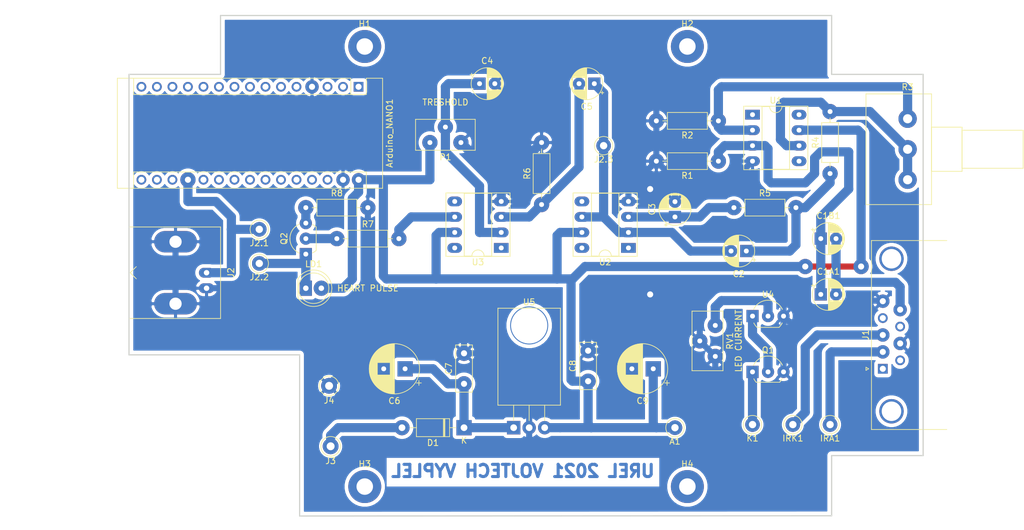
<source format=kicad_pcb>
(kicad_pcb (version 20171130) (host pcbnew "(5.1.9)-1")
  (title_block (title "Laboratorní přípravek \"Signály 1\" ") (date 2021-05-14) (company "UREL FEKT VUT Brno "))
  (layers (0 F.Cu signal) (31 B.Cu signal) (34 B.Paste user) (35 F.Paste user) (36 B.SilkS user) (37 F.SilkS user) (38 B.Mask user) (39 F.Mask user) (44 Edge.Cuts user))
  (net 0 "")
  (net 1 "Net-(Arduino_NANO1-Pad1)")
  (net 2 "Net-(Arduino_NANO1-Pad17)")
  (net 3 "Net-(Arduino_NANO1-Pad2)")
  (net 4 "Net-(Arduino_NANO1-Pad18)")
  (net 5 "Net-(Arduino_NANO1-Pad3)")
  (net 6 "Net-(Arduino_NANO1-Pad19)")
  (net 7 GNDD)
  (net 8 "Net-(Arduino_NANO1-Pad20)")
  (net 9 "Net-(Arduino_NANO1-Pad5)")
  (net 10 "Net-(Arduino_NANO1-Pad21)")
  (net 11 "Net-(Arduino_NANO1-Pad6)")
  (net 12 "Net-(Arduino_NANO1-Pad22)")
  (net 13 "Net-(Arduino_NANO1-Pad7)")
  (net 14 "Net-(Arduino_NANO1-Pad23)")
  (net 15 "Net-(Arduino_NANO1-Pad8)")
  (net 16 "Net-(Arduino_NANO1-Pad24)")
  (net 17 "Net-(Arduino_NANO1-Pad9)")
  (net 18 "Net-(Arduino_NANO1-Pad25)")
  (net 19 "Net-(Arduino_NANO1-Pad10)")
  (net 20 "Net-(Arduino_NANO1-Pad26)")
  (net 21 "Net-(Arduino_NANO1-Pad11)")
  (net 22 "Net-(Arduino_NANO1-Pad27)")
  (net 23 "Net-(Arduino_NANO1-Pad12)")
  (net 24 "Net-(Arduino_NANO1-Pad28)")
  (net 25 "Net-(Arduino_NANO1-Pad13)")
  (net 26 "Net-(Arduino_NANO1-Pad14)")
  (net 27 +5V)
  (net 28 "Net-(Arduino_NANO1-Pad15)")
  (net 29 "Net-(Arduino_NANO1-Pad16)")
  (net 30 "Net-(C2-Pad2)")
  (net 31 "Net-(C2-Pad1)")
  (net 32 "Net-(C3-Pad1)")
  (net 33 "Net-(C4-Pad1)")
  (net 34 "Net-(C5-Pad2)")
  (net 35 "Net-(C6-Pad1)")
  (net 36 "Net-(C1A1-Pad1)")
  (net 37 "Net-(C1A1-Pad2)")
  (net 38 "Net-(D1-Pad2)")
  (net 39 "Net-(J1-Pad1)")
  (net 40 "Net-(J1-Pad4)")
  (net 41 "Net-(J1-Pad6)")
  (net 42 "Net-(J1-Pad8)")
  (net 43 "Net-(J1-Pad0)")
  (net 44 "Net-(Q1-Pad2)")
  (net 45 "Net-(Q2-Pad2)")
  (net 46 "Net-(R2-Pad1)")
  (net 47 "Net-(R3-Pad1)")
  (net 48 "Net-(R7-Pad2)")
  (net 49 "Net-(RV1-Pad3)")
  (net 50 "Net-(U1-Pad8)")
  (net 51 "Net-(U1-Pad5)")
  (net 52 "Net-(U1-Pad1)")
  (net 53 "Net-(U2-Pad1)")
  (net 54 "Net-(U2-Pad5)")
  (net 55 "Net-(U2-Pad8)")
  (net 56 "Net-(U3-Pad1)")
  (net 57 "Net-(U3-Pad5)")
  (net 58 "Net-(U3-Pad8)")
  (net 59 "Net-(Q2-Pad3)")
  (net 60 "Net-(J2.2-Pad1)")
  (net 61 "Net-(IRA1-Pad1)")
  (net 62 "Net-(IRK1-Pad1)")
  (net 63 "Net-(K1-Pad1)")
  (module Package_TO_SOT_THT:TO-220-3_Horizontal_TabDown (layer F.Cu) (at 148.336 120.396)
    (fp_text reference U5 (at 2.54 -20.58) (layer F.SilkS))
    (fp_text value L7805)
    (pad "" np_thru_hole oval (at 2.54 -16.66) (size 3.5 3.5) (drill 3.5) (layers *.Cu *.Mask))
    (pad 1 thru_hole rect (at 0 0) (size 2.2 2.2) (drill 1.1) (layers *.Cu *.Mask) (net 35 "Net-(C6-Pad1)"))
    (pad 2 thru_hole oval (at 2.54 0) (size 2.2 2.2) (drill 1.1) (layers *.Cu *.Mask) (net 7 GNDD))
    (pad 3 thru_hole oval (at 5.08 0) (size 2.2 2.2) (drill 1.1) (layers *.Cu *.Mask) (net 27 +5V))
  )
  (module Capacitor_THT:CP_Radial_D8.0mm_P3.50mm (layer F.Cu) (at 171.196 110.744 180)
    (fp_text reference C9 (at 1.75 -5.25) (layer F.SilkS))
    (fp_text value 100u)
    (pad 1 thru_hole rect (at 0 0 180) (size 2.5 2.5) (drill 0.8) (layers *.Cu *.Mask) (net 27 +5V))
    (pad 2 thru_hole circle (at 3.5 0 180) (size 2.5 2.5) (drill 0.8) (layers *.Cu *.Mask) (net 7 GNDD))
  )
  (module MountingHole:MountingHole_2.7mm_Pad (layer F.Cu) (at 123.952 57.912)
    (fp_text reference H1 (at 0 -3.7) (layer F.SilkS))
    (fp_text value MountingHole)
    (pad 1 thru_hole circle (at 0 0) (size 5.4 5.4) (drill 2.7) (layers *.Cu *.Mask))
  )
  (module MountingHole:MountingHole_2.7mm_Pad (layer F.Cu) (at 176.784 57.912)
    (fp_text reference H2 (at 0 -3.7) (layer F.SilkS))
    (fp_text value MountingHole)
    (pad 1 thru_hole circle (at 0 0) (size 5.4 5.4) (drill 2.7) (layers *.Cu *.Mask))
  )
  (module MountingHole:MountingHole_2.7mm_Pad (layer F.Cu) (at 123.952 130.048)
    (fp_text reference H3 (at 0 -3.7) (layer F.SilkS))
    (fp_text value MountingHole)
    (pad 1 thru_hole circle (at 0 0) (size 5.4 5.4) (drill 2.7) (layers *.Cu *.Mask))
  )
  (module MountingHole:MountingHole_2.7mm_Pad (layer F.Cu) (at 176.784 130.048)
    (fp_text reference H4 (at 0 -3.7) (layer F.SilkS))
    (fp_text value MountingHole)
    (pad 1 thru_hole circle (at 0 0) (size 5.4 5.4) (drill 2.7) (layers *.Cu *.Mask))
  )
  (module Module:Arduino_Nano (layer F.Cu) (at 122.936 64.516 270)
    (fp_text reference Arduino_NANO1 (at 7.62 -5.08 90) (layer F.SilkS))
    (fp_text value Arduino_Nano_Every)
    (pad 1 thru_hole rect (at 0 0 270) (size 1.6 1.6) (drill 1) (layers *.Cu *.Mask) (net 1 "Net-(Arduino_NANO1-Pad1)"))
    (pad 17 thru_hole oval (at 15.24 33.02 270) (size 1.6 1.6) (drill 1) (layers *.Cu *.Mask) (net 2 "Net-(Arduino_NANO1-Pad17)"))
    (pad 2 thru_hole oval (at 0 2.54 270) (size 1.6 1.6) (drill 1) (layers *.Cu *.Mask) (net 3 "Net-(Arduino_NANO1-Pad2)"))
    (pad 18 thru_hole oval (at 15.24 30.48 270) (size 1.6 1.6) (drill 1) (layers *.Cu *.Mask) (net 4 "Net-(Arduino_NANO1-Pad18)"))
    (pad 3 thru_hole oval (at 0 5.08 270) (size 1.6 1.6) (drill 1) (layers *.Cu *.Mask) (net 5 "Net-(Arduino_NANO1-Pad3)"))
    (pad 19 thru_hole oval (at 15.24 27.94 270) (size 2.5 2.5) (drill 1) (layers *.Cu *.Mask) (net 6 "Net-(Arduino_NANO1-Pad19)"))
    (pad 4 thru_hole oval (at 0 7.62 270) (size 2.2 2.2) (drill 1) (layers *.Cu *.Mask) (net 7 GNDD))
    (pad 20 thru_hole oval (at 15.24 25.4 270) (size 1.6 1.6) (drill 1) (layers *.Cu *.Mask) (net 8 "Net-(Arduino_NANO1-Pad20)"))
    (pad 5 thru_hole oval (at 0 10.16 270) (size 1.6 1.6) (drill 1) (layers *.Cu *.Mask) (net 9 "Net-(Arduino_NANO1-Pad5)"))
    (pad 21 thru_hole oval (at 15.24 22.86 270) (size 1.6 1.6) (drill 1) (layers *.Cu *.Mask) (net 10 "Net-(Arduino_NANO1-Pad21)"))
    (pad 6 thru_hole oval (at 0 12.7 270) (size 1.6 1.6) (drill 1) (layers *.Cu *.Mask) (net 11 "Net-(Arduino_NANO1-Pad6)"))
    (pad 22 thru_hole oval (at 15.24 20.32 270) (size 1.6 1.6) (drill 1) (layers *.Cu *.Mask) (net 12 "Net-(Arduino_NANO1-Pad22)"))
    (pad 7 thru_hole oval (at 0 15.24 270) (size 1.6 1.6) (drill 1) (layers *.Cu *.Mask) (net 13 "Net-(Arduino_NANO1-Pad7)"))
    (pad 23 thru_hole oval (at 15.24 17.78 270) (size 1.6 1.6) (drill 1) (layers *.Cu *.Mask) (net 14 "Net-(Arduino_NANO1-Pad23)"))
    (pad 8 thru_hole oval (at 0 17.78 270) (size 1.6 1.6) (drill 1) (layers *.Cu *.Mask) (net 15 "Net-(Arduino_NANO1-Pad8)"))
    (pad 24 thru_hole oval (at 15.24 15.24 270) (size 1.6 1.6) (drill 1) (layers *.Cu *.Mask) (net 16 "Net-(Arduino_NANO1-Pad24)"))
    (pad 9 thru_hole oval (at 0 20.32 270) (size 1.6 1.6) (drill 1) (layers *.Cu *.Mask) (net 17 "Net-(Arduino_NANO1-Pad9)"))
    (pad 25 thru_hole oval (at 15.24 12.7 270) (size 1.6 1.6) (drill 1) (layers *.Cu *.Mask) (net 18 "Net-(Arduino_NANO1-Pad25)"))
    (pad 10 thru_hole oval (at 0 22.86 270) (size 1.6 1.6) (drill 1) (layers *.Cu *.Mask) (net 19 "Net-(Arduino_NANO1-Pad10)"))
    (pad 26 thru_hole oval (at 15.24 10.16 270) (size 1.6 1.6) (drill 1) (layers *.Cu *.Mask) (net 20 "Net-(Arduino_NANO1-Pad26)"))
    (pad 11 thru_hole oval (at 0 25.4 270) (size 1.6 1.6) (drill 1) (layers *.Cu *.Mask) (net 21 "Net-(Arduino_NANO1-Pad11)"))
    (pad 27 thru_hole oval (at 15.24 7.62 270) (size 1.6 1.6) (drill 1) (layers *.Cu *.Mask) (net 22 "Net-(Arduino_NANO1-Pad27)"))
    (pad 12 thru_hole oval (at 0 27.94 270) (size 1.6 1.6) (drill 1) (layers *.Cu *.Mask) (net 23 "Net-(Arduino_NANO1-Pad12)"))
    (pad 28 thru_hole oval (at 15.24 5.08 270) (size 1.6 1.6) (drill 1) (layers *.Cu *.Mask) (net 24 "Net-(Arduino_NANO1-Pad28)"))
    (pad 13 thru_hole oval (at 0 30.48 270) (size 1.6 1.6) (drill 1) (layers *.Cu *.Mask) (net 25 "Net-(Arduino_NANO1-Pad13)"))
    (pad 29 thru_hole oval (at 15.24 2.54 270) (size 2.2 2.2) (drill 1) (layers *.Cu *.Mask) (net 7 GNDD))
    (pad 14 thru_hole oval (at 0 33.02 270) (size 1.6 1.6) (drill 1) (layers *.Cu *.Mask) (net 26 "Net-(Arduino_NANO1-Pad14)"))
    (pad 30 thru_hole oval (at 15.24 0 270) (size 2.2 2.2) (drill 1) (layers *.Cu *.Mask) (net 27 +5V))
    (pad 15 thru_hole oval (at 0 35.56 270) (size 1.6 1.6) (drill 1) (layers *.Cu *.Mask) (net 28 "Net-(Arduino_NANO1-Pad15)"))
    (pad 16 thru_hole oval (at 15.24 35.56 270) (size 1.6 1.6) (drill 1) (layers *.Cu *.Mask) (net 29 "Net-(Arduino_NANO1-Pad16)"))
  )
  (module Capacitor_THT:CP_Radial_D5.0mm_P2.50mm (layer F.Cu) (at 186.436 91.44 180)
    (fp_text reference C2 (at 1.25 -3.75) (layer F.SilkS))
    (fp_text value 22u)
    (pad 2 thru_hole circle (at 2.5 0 180) (size 2 2) (drill 0.8) (layers *.Cu *.Mask) (net 30 "Net-(C2-Pad2)"))
    (pad 1 thru_hole rect (at 0 0 180) (size 2 2) (drill 0.8) (layers *.Cu *.Mask) (net 31 "Net-(C2-Pad1)"))
  )
  (module Capacitor_THT:CP_Radial_D5.0mm_P2.50mm (layer F.Cu) (at 174.752 85.852 90)
    (fp_text reference C3 (at 1.25 -3.75 90) (layer F.SilkS))
    (fp_text value 22u)
    (pad 1 thru_hole rect (at 0 0 90) (size 2 2) (drill 0.8) (layers *.Cu *.Mask) (net 32 "Net-(C3-Pad1)"))
    (pad 2 thru_hole circle (at 2.5 0 90) (size 2 2) (drill 0.8) (layers *.Cu *.Mask) (net 7 GNDD))
  )
  (module Capacitor_THT:CP_Radial_D5.0mm_P2.50mm (layer F.Cu) (at 142.748 64.008)
    (fp_text reference C4 (at 1.25 -3.75) (layer F.SilkS))
    (fp_text value 4.7u)
    (pad 2 thru_hole circle (at 2.5 0) (size 2 2) (drill 0.8) (layers *.Cu *.Mask) (net 7 GNDD))
    (pad 1 thru_hole rect (at 0 0) (size 2 2) (drill 0.8) (layers *.Cu *.Mask) (net 33 "Net-(C4-Pad1)"))
  )
  (module Capacitor_THT:CP_Radial_D5.0mm_P2.50mm (layer F.Cu) (at 161.544 64.008 180)
    (fp_text reference C5 (at 1.25 -3.75) (layer F.SilkS))
    (fp_text value 1u)
    (pad 1 thru_hole rect (at 0 0 180) (size 2 2) (drill 0.8) (layers *.Cu *.Mask) (net 30 "Net-(C2-Pad2)"))
    (pad 2 thru_hole circle (at 2.5 0 180) (size 2 2) (drill 0.8) (layers *.Cu *.Mask) (net 34 "Net-(C5-Pad2)"))
  )
  (module Capacitor_THT:CP_Radial_D8.0mm_P3.50mm (layer F.Cu) (at 130.556 110.744 180)
    (fp_text reference C6 (at 1.75 -5.25) (layer F.SilkS))
    (fp_text value 100u)
    (pad 2 thru_hole circle (at 3.5 0 180) (size 2.5 2.5) (drill 0.8) (layers *.Cu *.Mask) (net 7 GNDD))
    (pad 1 thru_hole rect (at 0 0 180) (size 2.5 2.5) (drill 0.8) (layers *.Cu *.Mask) (net 35 "Net-(C6-Pad1)"))
  )
  (module Capacitor_THT:C_Disc_D7.5mm_W2.5mm_P5.00mm (layer F.Cu) (at 140.208 113.204 90)
    (fp_text reference C7 (at 2.5 -2.5 90) (layer F.SilkS))
    (fp_text value 100n)
    (pad 1 thru_hole circle (at 0 0 90) (size 2.5 2.5) (drill 1) (layers *.Cu *.Mask) (net 35 "Net-(C6-Pad1)"))
    (pad 2 thru_hole circle (at 5 0 90) (size 2.5 2.5) (drill 1) (layers *.Cu *.Mask) (net 7 GNDD))
  )
  (module Capacitor_THT:C_Disc_D7.5mm_W2.5mm_P5.00mm (layer F.Cu) (at 160.528 112.776 90)
    (fp_text reference C8 (at 2.5 -2.5 90) (layer F.SilkS))
    (fp_text value 100n)
    (pad 2 thru_hole circle (at 5 0 90) (size 2.5 2.5) (drill 1) (layers *.Cu *.Mask) (net 7 GNDD))
    (pad 1 thru_hole circle (at 0 0 90) (size 2.5 2.5) (drill 1) (layers *.Cu *.Mask) (net 27 +5V))
  )
  (module Capacitor_THT:CP_Radial_D5.0mm_P2.50mm (layer F.Cu) (at 198.628 98.552)
    (fp_text reference C1A1 (at 1.25 -3.75) (layer F.SilkS))
    (fp_text value 4.7u)
    (pad 1 thru_hole rect (at 0 0) (size 2 2) (drill 0.8) (layers *.Cu *.Mask) (net 36 "Net-(C1A1-Pad1)"))
    (pad 2 thru_hole circle (at 2.5 0) (size 2 2) (drill 0.8) (layers *.Cu *.Mask) (net 37 "Net-(C1A1-Pad2)"))
  )
  (module Capacitor_THT:CP_Radial_D5.0mm_P2.50mm (layer F.Cu) (at 198.628 89.408)
    (fp_text reference C1B1 (at 1.25 -3.75) (layer F.SilkS))
    (fp_text value 4.7u)
    (pad 2 thru_hole circle (at 2.5 0) (size 2 2) (drill 0.8) (layers *.Cu *.Mask) (net 37 "Net-(C1A1-Pad2)"))
    (pad 1 thru_hole rect (at 0 0) (size 2 2) (drill 0.8) (layers *.Cu *.Mask) (net 36 "Net-(C1A1-Pad1)"))
  )
  (module Diode_THT:D_DO-41_SOD81_P10.16mm_Horizontal (layer F.Cu) (at 140.208 120.396 180)
    (fp_text reference D1 (at 5.08 -2.47) (layer F.SilkS))
    (fp_text value 1N4007)
    (fp_text user K (at 0 -2.1) (layer F.SilkS))
    (pad 1 thru_hole rect (at 0 0 180) (size 2.5 2.5) (drill 1.1) (layers *.Cu *.Mask) (net 35 "Net-(C6-Pad1)"))
    (pad 2 thru_hole oval (at 10.16 0 180) (size 2.5 2.5) (drill 1.1) (layers *.Cu *.Mask) (net 38 "Net-(D1-Pad2)"))
  )
  (module Connector_Dsub:DSUB-9_Male_Horizontal_P2.77x2.84mm_EdgePinOffset7.70mm_Housed_MountingHolesOffset9.12mm (layer F.Cu) (at 208.788 110.744 90)
    (fp_text reference J1 (at 5.54 -2.8 90) (layer F.SilkS))
    (fp_text value DB9)
    (pad 1 thru_hole rect (at 0 0 90) (size 1.6 1.6) (drill 1) (layers *.Cu *.Mask) (net 39 "Net-(J1-Pad1)"))
    (pad 2 thru_hole circle (at 2.77 0 90) (size 2.2 2.2) (drill 1) (layers *.Cu *.Mask) (net 61 "Net-(IRA1-Pad1)"))
    (pad 3 thru_hole circle (at 5.54 0 90) (size 2.2 2.2) (drill 1) (layers *.Cu *.Mask) (net 62 "Net-(IRK1-Pad1)"))
    (pad 4 thru_hole circle (at 8.31 0 90) (size 1.6 1.6) (drill 1) (layers *.Cu *.Mask) (net 40 "Net-(J1-Pad4)"))
    (pad 5 thru_hole circle (at 11.08 0 90) (size 2.2 2.2) (drill 1) (layers *.Cu *.Mask) (net 7 GNDD))
    (pad 6 thru_hole circle (at 1.385 2.84 90) (size 1.6 1.6) (drill 1) (layers *.Cu *.Mask) (net 41 "Net-(J1-Pad6)"))
    (pad 7 thru_hole circle (at 4.155 2.84 90) (size 2.2 2.2) (drill 1) (layers *.Cu *.Mask) (net 7 GNDD))
    (pad 8 thru_hole circle (at 6.925 2.84 90) (size 1.6 1.6) (drill 1) (layers *.Cu *.Mask) (net 42 "Net-(J1-Pad8)"))
    (pad 9 thru_hole circle (at 9.695 2.84 90) (size 2.2 2.2) (drill 1) (layers *.Cu *.Mask) (net 37 "Net-(C1A1-Pad2)"))
    (pad 0 thru_hole circle (at -6.96 1.42 90) (size 4 4) (drill 3.2) (layers *.Cu *.Mask) (net 43 "Net-(J1-Pad0)"))
    (pad 0 thru_hole circle (at 18.04 1.42 90) (size 4 4) (drill 3.2) (layers *.Cu *.Mask) (net 43 "Net-(J1-Pad0)"))
  )
  (module Connector_Coaxial:BNC_Amphenol_B6252HB-NPP3G-50_Horizontal (layer F.Cu) (at 98.044 94.996 90)
    (fp_text reference J2 (at 0 4 90) (layer F.SilkS))
    (fp_text value BNC)
    (pad 2 thru_hole oval (at -5.08 -5.08 90) (size 3.5 7) (drill 2.01) (layers *.Cu *.Mask) (net 7 GNDD))
    (pad 2 thru_hole oval (at 5.08 -5.08 90) (size 3.5 7) (drill 2.01) (layers *.Cu *.Mask) (net 7 GNDD))
    (pad 1 thru_hole oval (at 0 0 90) (size 1.6 2.5) (drill 0.89) (layers *.Cu *.Mask) (net 6 "Net-(Arduino_NANO1-Pad19)"))
    (pad 2 thru_hole oval (at -2.54 0 90) (size 1.6 2.5) (drill 0.89) (layers *.Cu *.Mask) (net 7 GNDD))
  )
  (module Connector_Pin:Pin_D1.3mm_L11.0mm (layer F.Cu) (at 118.364 123.444)
    (fp_text reference J3 (at 0 2.4) (layer F.SilkS))
    (fp_text value +)
    (pad 1 thru_hole circle (at 0 0) (size 2.6 2.6) (drill 1.3) (layers *.Cu *.Mask) (net 38 "Net-(D1-Pad2)"))
  )
  (module Connector_Pin:Pin_D1.3mm_L11.0mm (layer F.Cu) (at 118.11 113.538)
    (fp_text reference J4 (at 0 2.4) (layer F.SilkS))
    (fp_text value -)
    (pad 1 thru_hole circle (at 0 0) (size 2.6 2.6) (drill 1.3) (layers *.Cu *.Mask) (net 7 GNDD))
  )
  (module LED_THT:LED_D5.0mm_Clear (layer F.Cu) (at 114.3 97.536)
    (fp_text reference LD1 (at 1.27 -3.96) (layer F.SilkS))
    (fp_text value "GREEN LED")
    (pad 1 thru_hole rect (at 0 0) (size 2 2.5) (drill 0.9) (layers *.Cu *.Mask) (net 60 "Net-(J2.2-Pad1)"))
    (pad 2 thru_hole circle (at 2.54 0) (size 2.5 2.5) (drill 0.9) (layers *.Cu *.Mask) (net 27 +5V))
  )
  (module Potentiometer_THT:Potentiometer_Alps_RK163_Single_Horizontal (layer F.Cu) (at 212.852 79.756)
    (fp_text reference R3 (at 0 -15.2) (layer F.SilkS))
    (fp_text value 1M)
    (pad 3 thru_hole circle (at 0 -10) (size 3 3) (drill 1.5) (layers *.Cu *.Mask) (net 46 "Net-(R2-Pad1)"))
    (pad 2 thru_hole circle (at 0 -5) (size 3 3) (drill 1.5) (layers *.Cu *.Mask) (net 47 "Net-(R3-Pad1)"))
    (pad 1 thru_hole circle (at 0 0) (size 3 3) (drill 1.5) (layers *.Cu *.Mask) (net 47 "Net-(R3-Pad1)"))
  )
  (module Potentiometer_THT:Potentiometer_Bourns_3296Y_Vertical (layer F.Cu) (at 134.62 73.66 180)
    (fp_text reference P1 (at -2.54 -2.39) (layer F.SilkS))
    (fp_text value 50k)
    (pad 1 thru_hole circle (at 0 0 180) (size 2.5 2.5) (drill 0.8) (layers *.Cu *.Mask) (net 27 +5V))
    (pad 2 thru_hole circle (at -2.54 2.54 180) (size 2.5 2.5) (drill 0.8) (layers *.Cu *.Mask) (net 33 "Net-(C4-Pad1)"))
    (pad 3 thru_hole circle (at -5.08 0 180) (size 2.5 2.5) (drill 0.8) (layers *.Cu *.Mask) (net 7 GNDD))
  )
  (module Potentiometer_THT:Potentiometer_Bourns_3296Y_Vertical (layer F.Cu) (at 181.356 108.712 270)
    (fp_text reference RV1 (at -2.54 -2.39 90) (layer F.SilkS))
    (fp_text value 4.7k)
    (pad 3 thru_hole circle (at -5.08 0 270) (size 2.5 2.5) (drill 0.8) (layers *.Cu *.Mask) (net 49 "Net-(RV1-Pad3)"))
    (pad 2 thru_hole circle (at -2.54 2.54 270) (size 2.5 2.5) (drill 0.8) (layers *.Cu *.Mask) (net 7 GNDD))
    (pad 1 thru_hole circle (at 0 0 270) (size 2.5 2.5) (drill 0.8) (layers *.Cu *.Mask) (net 7 GNDD))
  )
  (module Connector_Pin:Pin_D1.0mm_L10.0mm_LooseFit (layer F.Cu) (at 200.152 119.888)
    (fp_text reference IRA1 (at 0 2.25) (layer F.SilkS))
    (fp_text value Conn_01x01_Female)
    (pad 1 thru_hole circle (at 0 0) (size 2.4 2.4) (drill 1.2) (layers *.Cu *.Mask) (net 61 "Net-(IRA1-Pad1)"))
  )
  (module Connector_Pin:Pin_D1.0mm_L10.0mm_LooseFit (layer F.Cu) (at 187.452 119.888)
    (fp_text reference K1 (at 0 2.25) (layer F.SilkS))
    (fp_text value Conn_01x01_Female)
    (pad 1 thru_hole circle (at 0 0) (size 2.4 2.4) (drill 1.2) (layers *.Cu *.Mask) (net 63 "Net-(K1-Pad1)"))
  )
  (module Connector_Pin:Pin_D1.0mm_L10.0mm_LooseFit (layer F.Cu) (at 194.056 119.888)
    (fp_text reference IRK1 (at 0 2.25) (layer F.SilkS))
    (fp_text value Conn_01x01_Female)
    (pad 1 thru_hole circle (at 0 0) (size 2.4 2.4) (drill 1.2) (layers *.Cu *.Mask) (net 62 "Net-(IRK1-Pad1)"))
  )
  (module Connector_Pin:Pin_D1.0mm_L10.0mm_LooseFit (layer F.Cu) (at 174.752 120.396)
    (fp_text reference A1 (at 0 2.25) (layer F.SilkS))
    (fp_text value Conn_01x01_Female)
    (pad 1 thru_hole circle (at 0 0) (size 2.4 2.4) (drill 1.2) (layers *.Cu *.Mask) (net 27 +5V))
  )
  (module Connector_Pin:Pin_D1.0mm_L10.0mm_LooseFit (layer F.Cu) (at 106.68 87.884)
    (fp_text reference J2.1 (at 0 2.25) (layer F.SilkS))
    (fp_text value Conn_01x01_Female)
    (pad 1 thru_hole circle (at 0 0) (size 2.4 2.4) (drill 1.2) (layers *.Cu *.Mask) (net 6 "Net-(Arduino_NANO1-Pad19)"))
  )
  (module Connector_Pin:Pin_D1.0mm_L10.0mm_LooseFit (layer F.Cu) (at 163.068 74.168)
    (fp_text reference J2.3 (at 0 2.25) (layer F.SilkS))
    (fp_text value Conn_01x01_Female)
    (pad 1 thru_hole circle (at 0 0) (size 2.4 2.4) (drill 1.2) (layers *.Cu *.Mask) (net 30 "Net-(C2-Pad2)"))
  )
  (module Connector_Pin:Pin_D1.0mm_L10.0mm_LooseFit (layer F.Cu) (at 106.68 93.472)
    (fp_text reference J2.2 (at 0 2.25) (layer F.SilkS))
    (fp_text value Conn_01x01_Female)
    (pad 1 thru_hole circle (at 0 0) (size 2.4 2.4) (drill 1.2) (layers *.Cu *.Mask) (net 60 "Net-(J2.2-Pad1)"))
  )
  (module Package_TO_SOT_THT:TO-92L_Inline_Wide (layer F.Cu) (at 187.452 111.252)
    (fp_text reference Q1 (at 2.54 -3.56) (layer F.SilkS))
    (fp_text value BC557)
    (pad 2 thru_hole circle (at 2.54 0) (size 2 2) (drill 0.8) (layers *.Cu *.Mask) (net 44 "Net-(Q1-Pad2)"))
    (pad 3 thru_hole circle (at 5.08 0) (size 2 2) (drill 0.8) (layers *.Cu *.Mask) (net 7 GNDD))
    (pad 1 thru_hole rect (at 0 0) (size 2 2) (drill 0.8) (layers *.Cu *.Mask) (net 63 "Net-(K1-Pad1)"))
  )
  (module Package_TO_SOT_THT:TO-92L_Inline_Wide (layer F.Cu) (at 114.3 91.948 90)
    (fp_text reference Q2 (at 2.54 -3.56 90) (layer F.SilkS))
    (fp_text value BC337)
    (pad 2 thru_hole circle (at 2.54 0 90) (size 2 2) (drill 0.8) (layers *.Cu *.Mask) (net 45 "Net-(Q2-Pad2)"))
    (pad 3 thru_hole circle (at 5.08 0 90) (size 2 2) (drill 0.8) (layers *.Cu *.Mask) (net 59 "Net-(Q2-Pad3)"))
    (pad 1 thru_hole rect (at 0 0 90) (size 2 2) (drill 0.8) (layers *.Cu *.Mask) (net 60 "Net-(J2.2-Pad1)"))
  )
  (module Package_DIP:DIP-8_W7.62mm_Socket_LongPads (layer F.Cu) (at 187.452 69.088)
    (fp_text reference U1 (at 3.81 -2.33) (layer F.SilkS))
    (fp_text value CA3140)
    (pad 1 thru_hole rect (at 0 0) (size 2.4 1.6) (drill 0.8) (layers *.Cu *.Mask) (net 52 "Net-(U1-Pad1)"))
    (pad 5 thru_hole oval (at 7.62 7.62) (size 2.4 1.6) (drill 0.8) (layers *.Cu *.Mask) (net 51 "Net-(U1-Pad5)"))
    (pad 2 thru_hole oval (at 0 2.54) (size 2.4 1.6) (drill 0.8) (layers *.Cu *.Mask) (net 46 "Net-(R2-Pad1)"))
    (pad 6 thru_hole oval (at 7.62 5.08) (size 2.4 1.6) (drill 0.8) (layers *.Cu *.Mask) (net 47 "Net-(R3-Pad1)"))
    (pad 3 thru_hole oval (at 0 5.08) (size 2.4 1.6) (drill 0.8) (layers *.Cu *.Mask) (net 36 "Net-(C1A1-Pad1)"))
    (pad 7 thru_hole oval (at 7.62 2.54) (size 2.4 1.6) (drill 0.8) (layers *.Cu *.Mask) (net 27 +5V))
    (pad 4 thru_hole oval (at 0 7.62) (size 2.4 1.6) (drill 0.8) (layers *.Cu *.Mask) (net 7 GNDD))
    (pad 8 thru_hole oval (at 7.62 0) (size 2.4 1.6) (drill 0.8) (layers *.Cu *.Mask) (net 50 "Net-(U1-Pad8)"))
  )
  (module Package_DIP:DIP-8_W7.62mm_Socket_LongPads (layer F.Cu) (at 167.132 90.932 180)
    (fp_text reference U2 (at 3.81 -2.33) (layer F.SilkS))
    (fp_text value MCP601)
    (pad 1 thru_hole rect (at 0 0 180) (size 2.4 1.6) (drill 0.8) (layers *.Cu *.Mask) (net 53 "Net-(U2-Pad1)"))
    (pad 5 thru_hole oval (at 7.62 7.62 180) (size 2.4 1.6) (drill 0.8) (layers *.Cu *.Mask) (net 54 "Net-(U2-Pad5)"))
    (pad 2 thru_hole oval (at 0 2.54 180) (size 2.4 1.6) (drill 0.8) (layers *.Cu *.Mask) (net 30 "Net-(C2-Pad2)"))
    (pad 6 thru_hole oval (at 7.62 5.08 180) (size 2.4 1.6) (drill 0.8) (layers *.Cu *.Mask) (net 30 "Net-(C2-Pad2)"))
    (pad 3 thru_hole oval (at 0 5.08 180) (size 2.4 1.6) (drill 0.8) (layers *.Cu *.Mask) (net 32 "Net-(C3-Pad1)"))
    (pad 7 thru_hole oval (at 7.62 2.54 180) (size 2.4 1.6) (drill 0.8) (layers *.Cu *.Mask) (net 27 +5V))
    (pad 4 thru_hole oval (at 0 7.62 180) (size 2.4 1.6) (drill 0.8) (layers *.Cu *.Mask) (net 7 GNDD))
    (pad 8 thru_hole oval (at 7.62 0 180) (size 2.4 1.6) (drill 0.8) (layers *.Cu *.Mask) (net 55 "Net-(U2-Pad8)"))
  )
  (module Package_DIP:DIP-8_W7.62mm_Socket_LongPads (layer F.Cu) (at 146.304 90.932 180)
    (fp_text reference U3 (at 3.81 -2.33) (layer F.SilkS))
    (fp_text value MCP601)
    (pad 8 thru_hole oval (at 7.62 0 180) (size 2.4 1.6) (drill 0.8) (layers *.Cu *.Mask) (net 58 "Net-(U3-Pad8)"))
    (pad 4 thru_hole oval (at 0 7.62 180) (size 2.4 1.6) (drill 0.8) (layers *.Cu *.Mask) (net 7 GNDD))
    (pad 7 thru_hole oval (at 7.62 2.54 180) (size 2.4 1.6) (drill 0.8) (layers *.Cu *.Mask) (net 27 +5V))
    (pad 3 thru_hole oval (at 0 5.08 180) (size 2.4 1.6) (drill 0.8) (layers *.Cu *.Mask) (net 34 "Net-(C5-Pad2)"))
    (pad 6 thru_hole oval (at 7.62 5.08 180) (size 2.4 1.6) (drill 0.8) (layers *.Cu *.Mask) (net 48 "Net-(R7-Pad2)"))
    (pad 2 thru_hole oval (at 0 2.54 180) (size 2.4 1.6) (drill 0.8) (layers *.Cu *.Mask) (net 33 "Net-(C4-Pad1)"))
    (pad 5 thru_hole oval (at 7.62 7.62 180) (size 2.4 1.6) (drill 0.8) (layers *.Cu *.Mask) (net 57 "Net-(U3-Pad5)"))
    (pad 1 thru_hole rect (at 0 0 180) (size 2.4 1.6) (drill 0.8) (layers *.Cu *.Mask) (net 56 "Net-(U3-Pad1)"))
  )
  (module Rezistor_standard:R_Axial_DIN0207_L6.3mm_D2.5mm_P10.16mm_Horizontal_Standard (layer F.Cu) (at 181.864 76.708 180)
    (fp_text reference R1 (at 5.08 -2.37) (layer F.SilkS))
    (fp_text value 100k)
    (pad 1 thru_hole circle (at 0 0 180) (size 2.5 2.5) (drill 0.8) (layers *.Cu *.Mask) (net 36 "Net-(C1A1-Pad1)"))
    (pad 2 thru_hole oval (at 10.16 0 180) (size 2.5 2.5) (drill 0.8) (layers *.Cu *.Mask) (net 7 GNDD))
  )
  (module Rezistor_standard:R_Axial_DIN0207_L6.3mm_D2.5mm_P10.16mm_Horizontal_Standard (layer F.Cu) (at 181.864 70.104 180)
    (fp_text reference R2 (at 5.08 -2.37) (layer F.SilkS))
    (fp_text value 1k)
    (pad 1 thru_hole circle (at 0 0 180) (size 2.5 2.5) (drill 0.8) (layers *.Cu *.Mask) (net 46 "Net-(R2-Pad1)"))
    (pad 2 thru_hole oval (at 10.16 0 180) (size 2.5 2.5) (drill 0.8) (layers *.Cu *.Mask) (net 7 GNDD))
  )
  (module Rezistor_standard:R_Axial_DIN0207_L6.3mm_D2.5mm_P10.16mm_Horizontal_Standard (layer F.Cu) (at 200.152 78.74 90)
    (fp_text reference R4 (at 5.08 -2.37 90) (layer F.SilkS))
    (fp_text value 1k)
    (pad 2 thru_hole oval (at 10.16 0 90) (size 2.5 2.5) (drill 0.8) (layers *.Cu *.Mask) (net 47 "Net-(R3-Pad1)"))
    (pad 1 thru_hole circle (at 0 0 90) (size 2.5 2.5) (drill 0.8) (layers *.Cu *.Mask) (net 31 "Net-(C2-Pad1)"))
  )
  (module Rezistor_standard:R_Axial_DIN0207_L6.3mm_D2.5mm_P10.16mm_Horizontal_Standard (layer F.Cu) (at 184.404 84.328)
    (fp_text reference R5 (at 5.08 -2.37) (layer F.SilkS))
    (fp_text value 1k)
    (pad 1 thru_hole circle (at 0 0) (size 2.5 2.5) (drill 0.8) (layers *.Cu *.Mask) (net 32 "Net-(C3-Pad1)"))
    (pad 2 thru_hole oval (at 10.16 0) (size 2.5 2.5) (drill 0.8) (layers *.Cu *.Mask) (net 31 "Net-(C2-Pad1)"))
  )
  (module Rezistor_standard:R_Axial_DIN0207_L6.3mm_D2.5mm_P10.16mm_Horizontal_Standard (layer F.Cu) (at 152.908 83.82 90)
    (fp_text reference R6 (at 5.08 -2.37 90) (layer F.SilkS))
    (fp_text value 100k)
    (pad 1 thru_hole circle (at 0 0 90) (size 2.5 2.5) (drill 0.8) (layers *.Cu *.Mask) (net 34 "Net-(C5-Pad2)"))
    (pad 2 thru_hole oval (at 10.16 0 90) (size 2.5 2.5) (drill 0.8) (layers *.Cu *.Mask) (net 7 GNDD))
  )
  (module Rezistor_standard:R_Axial_DIN0207_L6.3mm_D2.5mm_P10.16mm_Horizontal_Standard (layer F.Cu) (at 119.38 89.408)
    (fp_text reference R7 (at 5.08 -2.37) (layer F.SilkS))
    (fp_text value 120R)
    (pad 2 thru_hole oval (at 10.16 0) (size 2.5 2.5) (drill 0.8) (layers *.Cu *.Mask) (net 48 "Net-(R7-Pad2)"))
    (pad 1 thru_hole circle (at 0 0) (size 2.5 2.5) (drill 0.8) (layers *.Cu *.Mask) (net 45 "Net-(Q2-Pad2)"))
  )
  (module Rezistor_standard:R_Axial_DIN0207_L6.3mm_D2.5mm_P10.16mm_Horizontal_Standard (layer F.Cu) (at 114.3 84.328)
    (fp_text reference R8 (at 5.08 -2.37) (layer F.SilkS))
    (fp_text value 220)
    (pad 2 thru_hole oval (at 10.16 0) (size 2.5 2.5) (drill 0.8) (layers *.Cu *.Mask) (net 7 GNDD))
    (pad 1 thru_hole circle (at 0 0) (size 2.5 2.5) (drill 0.8) (layers *.Cu *.Mask) (net 59 "Net-(Q2-Pad3)"))
  )
  (module Rezistor_standard:LM334_TO92 (layer F.Cu) (at 187.452 102.108)
    (fp_text reference U4 (at 2.54 -3.56) (layer F.SilkS))
    (fp_text value LM334SM)
    (pad 3 thru_hole rect (at 0 0) (size 2 2) (drill 0.8) (layers *.Cu *.Mask) (net 44 "Net-(Q1-Pad2)"))
    (pad 1 thru_hole circle (at 5.08 0) (size 2 2) (drill 0.8) (layers *.Cu *.Mask) (net 7 GNDD))
    (pad 2 thru_hole circle (at 2.54 0) (size 2 2) (drill 0.8) (layers *.Cu *.Mask) (net 49 "Net-(RV1-Pad3)"))
  )
  (gr_circle (center 150.876 103.632) (end 153.924 103.632) (layer B.Cu) (width 0.15))
  (gr_text "HEART PULSE" (at 124.46 97.536) (layer F.SilkS) (effects (font (size 1 1))))
  (gr_text TRESHOLD (at 137.16 67.056) (layer F.SilkS) (effects (font (size 1 1))))
  (gr_text "LED CURRENT" (at 185.166 106.172 90) (layer F.SilkS) (effects (font (size 1 1))))
  (gr_line (start 113.284 108.458) (end 113.284 134.874) (layer Edge.Cuts) (width 0.2))
  (gr_line (start 85.344 108.458) (end 113.284 108.458) (layer Edge.Cuts) (width 0.2))
  (gr_line (start 100.33 62.484) (end 100.33 52.832) (layer Edge.Cuts) (width 0.2))
  (gr_line (start 85.344 62.484) (end 100.33 62.484) (layer Edge.Cuts) (width 0.2))
  (gr_line (start 200.406 124.968) (end 215.392 124.968) (layer Edge.Cuts) (width 0.2))
  (gr_line (start 200.406 134.832) (end 200.406 124.968) (layer Edge.Cuts) (width 0.2))
  (gr_text "UREL 2021 VOJTECH VYPLEL" (at 149.86 127.508) (layer B.Cu) (effects (font (size 2 2) (thickness 0.5)) (justify mirror)))
  (gr_line (start 200.406 62.484) (end 215.392 62.484) (layer Edge.Cuts) (width 0.2))
  (gr_line (start 200.406 52.832) (end 200.406 62.484) (layer Edge.Cuts) (width 0.2))
  (gr_line (start 85.344 62.484) (end 85.344 108.458) (layer Edge.Cuts) (width 0.2))
  (gr_line (start 215.392 124.968) (end 215.392 62.484) (layer Edge.Cuts) (width 0.2))
  (gr_line (start 113.284 134.874) (end 200.406 134.832) (layer Edge.Cuts) (width 0.2))
  (gr_line (start 100.33 52.832) (end 200.406 52.832) (layer Edge.Cuts) (width 0.2))
  (segment (start 98.044 94.996) (end 102.108 94.996) (width 1.5) (layer B.Cu) (net 6))
  (segment (start 102.108 94.996) (end 102.108 87.884) (width 1.5) (layer B.Cu) (net 6))
  (segment (start 102.108 87.884) (end 106.68 87.884) (width 1.5) (layer B.Cu) (net 6))
  (segment (start 102.108 87.884) (end 102.108 85.852) (width 1.5) (layer B.Cu) (net 6))
  (segment (start 102.108 85.852) (end 99.568 83.312) (width 1.5) (layer B.Cu) (net 6))
  (segment (start 99.568 83.312) (end 94.996 83.312) (width 1.5) (layer B.Cu) (net 6))
  (segment (start 94.996 83.312) (end 94.996 79.756) (width 1.5) (layer B.Cu) (net 6))
  (via (at 170.688 81.28) (size 2.5) (drill 1) (layers F.Cu B.Cu) (net 7))
  (via (at 170.688 98.552) (size 2.5) (drill 1) (layers F.Cu B.Cu) (net 7))
  (segment (start 120.396 110.744) (end 127.056 110.744) (width 1) (layer B.Cu) (net 7))
  (segment (start 174.712 83.312) (end 174.752 83.352) (width 1) (layer B.Cu) (net 7))
  (segment (start 107.188 97.536) (end 120.396 110.744) (width 1) (layer B.Cu) (net 7))
  (segment (start 98.044 97.536) (end 107.188 97.536) (width 1) (layer B.Cu) (net 7))
  (segment (start 171.704 70.104) (end 171.704 62.992) (width 1) (layer B.Cu) (net 7))
  (segment (start 171.704 62.992) (end 166.624 57.912) (width 1) (layer B.Cu) (net 7))
  (segment (start 145.248 57.952) (end 145.288 57.912) (width 1) (layer B.Cu) (net 7))
  (segment (start 145.248 64.008) (end 145.248 57.952) (width 1) (layer B.Cu) (net 7))
  (segment (start 153.924 57.912) (end 145.288 57.912) (width 1) (layer B.Cu) (net 7))
  (segment (start 166.624 57.912) (end 153.924 57.912) (width 1) (layer B.Cu) (net 7))
  (segment (start 92.964 100.076) (end 92.964 89.916) (width 1) (layer B.Cu) (net 7))
  (segment (start 92.964 100.076) (end 95.504 100.076) (width 0.25) (layer B.Cu) (net 7))
  (segment (start 171.704 76.708) (end 171.704 70.104) (width 1) (layer B.Cu) (net 7))
  (segment (start 174.752 79.756) (end 171.704 76.708) (width 1) (layer B.Cu) (net 7))
  (segment (start 174.752 83.352) (end 174.752 79.756) (width 1) (layer B.Cu) (net 7))
  (segment (start 184.404 79.756) (end 187.452 76.708) (width 1) (layer B.Cu) (net 7))
  (segment (start 174.752 79.756) (end 184.404 79.756) (width 1) (layer B.Cu) (net 7))
  (segment (start 192.532 111.252) (end 192.532 102.108) (width 1) (layer B.Cu) (net 7))
  (segment (start 181.356 108.712) (end 178.816 106.172) (width 1) (layer B.Cu) (net 7))
  (segment (start 193.548 103.124) (end 192.532 102.108) (width 1) (layer B.Cu) (net 7))
  (segment (start 205.74 103.124) (end 193.548 103.124) (width 1) (layer B.Cu) (net 7))
  (segment (start 206.248 102.616) (end 205.74 103.124) (width 1) (layer B.Cu) (net 7))
  (segment (start 206.248 99.568) (end 206.248 102.616) (width 1) (layer B.Cu) (net 7))
  (segment (start 208.692 99.568) (end 206.248 99.568) (width 1) (layer B.Cu) (net 7))
  (segment (start 208.788 99.664) (end 208.692 99.568) (width 1) (layer B.Cu) (net 7))
  (segment (start 178.816 106.172) (end 178.816 98.552) (width 1) (layer B.Cu) (net 7))
  (segment (start 178.816 98.552) (end 180.34 97.028) (width 1) (layer B.Cu) (net 7))
  (segment (start 180.34 97.028) (end 191.516 97.028) (width 1) (layer B.Cu) (net 7))
  (segment (start 192.532 98.044) (end 192.532 102.108) (width 1) (layer B.Cu) (net 7))
  (segment (start 191.516 97.028) (end 192.532 98.044) (width 1) (layer B.Cu) (net 7))
  (segment (start 181.356 108.712) (end 181.356 120.904) (width 1) (layer B.Cu) (net 7))
  (segment (start 181.356 120.904) (end 178.308 123.952) (width 1) (layer B.Cu) (net 7))
  (segment (start 178.308 123.952) (end 173.228 123.952) (width 1) (layer B.Cu) (net 7))
  (segment (start 170.688 98.552) (end 178.816 98.552) (width 1) (layer B.Cu) (net 7))
  (segment (start 169.926 80.01) (end 169.926 80.518) (width 1) (layer B.Cu) (net 7))
  (segment (start 169.926 80.518) (end 170.688 81.28) (width 1) (layer B.Cu) (net 7))
  (segment (start 160.528 107.776) (end 160.528 98.552) (width 1) (layer B.Cu) (net 7))
  (segment (start 170.688 98.552) (end 160.528 98.552) (width 1) (layer B.Cu) (net 7))
  (segment (start 150.876 120.396) (end 150.876 111.252) (width 1) (layer B.Cu) (net 7))
  (segment (start 147.828 108.204) (end 140.208 108.204) (width 1) (layer B.Cu) (net 7))
  (segment (start 150.876 111.252) (end 147.828 108.204) (width 1) (layer B.Cu) (net 7))
  (segment (start 139.7 98.552) (end 140.208 99.06) (width 1) (layer B.Cu) (net 7))
  (segment (start 125.984 98.552) (end 139.7 98.552) (width 1) (layer B.Cu) (net 7))
  (segment (start 124.46 97.028) (end 125.984 98.552) (width 1) (layer B.Cu) (net 7))
  (segment (start 124.46 84.328) (end 124.46 97.028) (width 1) (layer B.Cu) (net 7))
  (segment (start 173.228 123.952) (end 150.876 123.952) (width 1) (layer B.Cu) (net 7))
  (segment (start 150.876 123.952) (end 150.876 120.396) (width 1) (layer B.Cu) (net 7))
  (segment (start 146.304 80.264) (end 139.7 73.66) (width 1.5) (layer B.Cu) (net 7))
  (segment (start 146.304 80.264) (end 152.908 73.66) (width 1.5) (layer B.Cu) (net 7))
  (segment (start 146.304 83.312) (end 146.304 80.264) (width 1.5) (layer B.Cu) (net 7))
  (segment (start 167.696 108.26) (end 167.212 107.776) (width 1) (layer B.Cu) (net 7))
  (segment (start 167.696 110.744) (end 167.696 108.26) (width 1) (layer B.Cu) (net 7))
  (segment (start 167.212 107.776) (end 160.528 107.776) (width 1) (layer B.Cu) (net 7))
  (segment (start 169.926 78.486) (end 171.704 76.708) (width 1) (layer B.Cu) (net 7))
  (segment (start 169.926 78.486) (end 169.926 80.01) (width 1) (layer B.Cu) (net 7))
  (segment (start 167.132 83.312) (end 167.132 81.28) (width 1) (layer B.Cu) (net 7))
  (segment (start 167.132 81.28) (end 169.926 78.486) (width 1) (layer B.Cu) (net 7))
  (segment (start 120.396 111.252) (end 120.396 110.744) (width 1.5) (layer B.Cu) (net 7))
  (segment (start 118.11 113.538) (end 120.396 111.252) (width 1.5) (layer B.Cu) (net 7))
  (segment (start 140.208 99.06) (end 140.208 108.204) (width 1) (layer B.Cu) (net 7))
  (via (at 205.232 93.98) (size 2.5) (drill 1) (layers F.Cu B.Cu) (net 27))
  (segment (start 205.232 93.98) (end 196.088 93.98) (width 1) (layer F.Cu) (net 27))
  (via (at 196.088 93.98) (size 2.5) (drill 1) (layers F.Cu B.Cu) (net 27))
  (segment (start 134.62 79.756) (end 134.62 73.66) (width 1.5) (layer B.Cu) (net 27))
  (segment (start 122.936 79.756) (end 127 79.756) (width 1.5) (layer B.Cu) (net 27))
  (segment (start 127 79.756) (end 127 95.504) (width 1.5) (layer B.Cu) (net 27))
  (segment (start 127 79.756) (end 134.62 79.756) (width 1.5) (layer B.Cu) (net 27))
  (segment (start 127 95.504) (end 127.508 96.012) (width 1.5) (layer B.Cu) (net 27))
  (segment (start 127.508 96.012) (end 135.636 96.012) (width 1.5) (layer B.Cu) (net 27))
  (segment (start 138.684 88.392) (end 136.144 88.392) (width 1.5) (layer B.Cu) (net 27))
  (segment (start 135.636 88.9) (end 135.636 96.012) (width 1.5) (layer B.Cu) (net 27))
  (segment (start 136.144 88.392) (end 135.636 88.9) (width 1.5) (layer B.Cu) (net 27))
  (segment (start 135.636 96.012) (end 155.448 96.012) (width 1.5) (layer B.Cu) (net 27))
  (segment (start 159.512 88.392) (end 155.956 88.392) (width 1.5) (layer B.Cu) (net 27))
  (segment (start 155.448 88.9) (end 155.448 96.012) (width 1.5) (layer B.Cu) (net 27))
  (segment (start 155.956 88.392) (end 155.448 88.9) (width 1.5) (layer B.Cu) (net 27))
  (segment (start 160.528 112.776) (end 160.528 119.888) (width 1.5) (layer B.Cu) (net 27))
  (segment (start 160.528 119.888) (end 161.036 120.396) (width 1.5) (layer B.Cu) (net 27))
  (segment (start 171.196 119.888) (end 171.704 120.396) (width 1.5) (layer B.Cu) (net 27))
  (segment (start 171.196 110.744) (end 171.196 119.888) (width 1.5) (layer B.Cu) (net 27))
  (segment (start 171.704 120.396) (end 174.752 120.396) (width 1.5) (layer B.Cu) (net 27))
  (segment (start 161.036 120.396) (end 171.704 120.396) (width 1.5) (layer B.Cu) (net 27))
  (segment (start 155.448 96.012) (end 157.988 96.012) (width 1.5) (layer B.Cu) (net 27))
  (segment (start 160.02 93.98) (end 196.088 93.98) (width 1.5) (layer B.Cu) (net 27))
  (segment (start 157.988 96.012) (end 160.02 93.98) (width 1.5) (layer B.Cu) (net 27))
  (segment (start 122.936 79.756) (end 122.936 81.788) (width 1.5) (layer B.Cu) (net 27))
  (segment (start 122.936 81.788) (end 121.92 82.804) (width 1.5) (layer B.Cu) (net 27))
  (segment (start 121.92 82.804) (end 121.92 96.012) (width 1.5) (layer B.Cu) (net 27))
  (segment (start 120.396 97.536) (end 116.84 97.536) (width 1.5) (layer B.Cu) (net 27))
  (segment (start 121.92 96.012) (end 120.396 97.536) (width 1.5) (layer B.Cu) (net 27))
  (segment (start 195.072 71.628) (end 204.724 71.628) (width 1.5) (layer B.Cu) (net 27))
  (segment (start 204.724 71.628) (end 205.232 72.136) (width 1.5) (layer B.Cu) (net 27))
  (segment (start 205.232 72.136) (end 205.232 93.98) (width 1.5) (layer B.Cu) (net 27))
  (segment (start 155.956 120.396) (end 161.036 120.396) (width 1.5) (layer B.Cu) (net 27))
  (segment (start 153.416 120.396) (end 155.956 120.396) (width 1.5) (layer B.Cu) (net 27))
  (segment (start 157.988 112.776) (end 160.528 112.776) (width 1.5) (layer B.Cu) (net 27))
  (segment (start 157.734 112.522) (end 157.988 112.776) (width 1.5) (layer B.Cu) (net 27))
  (segment (start 157.734 96.012) (end 157.734 112.522) (width 1.5) (layer B.Cu) (net 27))
  (segment (start 167.132 88.392) (end 165.608 88.392) (width 1.5) (layer B.Cu) (net 30))
  (segment (start 163.068 85.852) (end 159.512 85.852) (width 1.5) (layer B.Cu) (net 30))
  (segment (start 165.608 88.392) (end 163.068 85.852) (width 1.5) (layer B.Cu) (net 30))
  (segment (start 163.068 85.852) (end 163.068 77.724) (width 1.5) (layer B.Cu) (net 30))
  (segment (start 163.068 77.724) (end 163.068 74.168) (width 1.5) (layer B.Cu) (net 30))
  (segment (start 163.068 65.532) (end 161.544 64.008) (width 1.5) (layer B.Cu) (net 30))
  (segment (start 163.068 74.168) (end 163.068 65.532) (width 1.5) (layer B.Cu) (net 30))
  (segment (start 183.936 91.44) (end 177.292 91.44) (width 1.5) (layer B.Cu) (net 30))
  (segment (start 174.244 88.392) (end 167.132 88.392) (width 1.5) (layer B.Cu) (net 30))
  (segment (start 177.292 91.44) (end 174.244 88.392) (width 1.5) (layer B.Cu) (net 30))
  (segment (start 194.564 84.328) (end 196.088 84.328) (width 1.5) (layer B.Cu) (net 31))
  (segment (start 200.152 80.264) (end 200.152 78.74) (width 1.5) (layer B.Cu) (net 31))
  (segment (start 196.088 84.328) (end 200.152 80.264) (width 1.5) (layer B.Cu) (net 31))
  (segment (start 186.436 91.44) (end 193.548 91.44) (width 1.5) (layer B.Cu) (net 31))
  (segment (start 194.564 90.424) (end 194.564 84.328) (width 1.5) (layer B.Cu) (net 31))
  (segment (start 193.548 91.44) (end 194.564 90.424) (width 1.5) (layer B.Cu) (net 31))
  (segment (start 174.752 85.852) (end 178.816 85.852) (width 1.5) (layer B.Cu) (net 32))
  (segment (start 180.34 84.328) (end 184.404 84.328) (width 1.5) (layer B.Cu) (net 32))
  (segment (start 178.816 85.852) (end 180.34 84.328) (width 1.5) (layer B.Cu) (net 32))
  (segment (start 174.752 85.852) (end 167.132 85.852) (width 1.5) (layer B.Cu) (net 32))
  (segment (start 146.304 88.392) (end 142.748 88.392) (width 1.5) (layer B.Cu) (net 33))
  (segment (start 142.748 88.392) (end 142.748 80.772) (width 1.5) (layer B.Cu) (net 33))
  (segment (start 137.16 75.184) (end 137.16 71.12) (width 1.5) (layer B.Cu) (net 33))
  (segment (start 142.748 80.772) (end 137.16 75.184) (width 1.5) (layer B.Cu) (net 33))
  (segment (start 137.16 71.12) (end 137.16 64.516) (width 1.5) (layer B.Cu) (net 33))
  (segment (start 137.668 64.008) (end 142.748 64.008) (width 1.5) (layer B.Cu) (net 33))
  (segment (start 137.16 64.516) (end 137.668 64.008) (width 1.5) (layer B.Cu) (net 33))
  (segment (start 159.044 77.684) (end 152.908 83.82) (width 1.5) (layer B.Cu) (net 34))
  (segment (start 159.044 64.008) (end 159.044 77.684) (width 1.5) (layer B.Cu) (net 34))
  (segment (start 150.876 85.852) (end 152.908 83.82) (width 1.5) (layer B.Cu) (net 34))
  (segment (start 146.304 85.852) (end 150.876 85.852) (width 1.5) (layer B.Cu) (net 34))
  (segment (start 140.208 120.396) (end 148.336 120.396) (width 1.5) (layer B.Cu) (net 35))
  (segment (start 140.208 120.396) (end 140.208 113.204) (width 1.5) (layer B.Cu) (net 35))
  (segment (start 140.208 113.204) (end 137.588 113.204) (width 1.5) (layer B.Cu) (net 35))
  (segment (start 135.128 110.744) (end 130.556 110.744) (width 1.5) (layer B.Cu) (net 35))
  (segment (start 137.588 113.204) (end 135.128 110.744) (width 1.5) (layer B.Cu) (net 35))
  (segment (start 198.628 98.552) (end 198.628 89.408) (width 1.5) (layer B.Cu) (net 36))
  (segment (start 198.628 89.408) (end 198.628 85.852) (width 1.5) (layer B.Cu) (net 36))
  (segment (start 198.628 85.852) (end 203.2 81.28) (width 1.5) (layer B.Cu) (net 36))
  (segment (start 203.2 81.28) (end 203.2 75.184) (width 1.5) (layer B.Cu) (net 36))
  (segment (start 203.2 75.184) (end 198.628 75.184) (width 1.5) (layer B.Cu) (net 36))
  (segment (start 198.628 75.184) (end 197.612 76.2) (width 1.5) (layer B.Cu) (net 36))
  (segment (start 197.612 76.2) (end 197.612 78.74) (width 1.5) (layer B.Cu) (net 36))
  (segment (start 197.612 78.74) (end 196.088 80.264) (width 1.5) (layer B.Cu) (net 36))
  (segment (start 196.088 80.264) (end 190.5 80.264) (width 1.5) (layer B.Cu) (net 36))
  (segment (start 190.5 80.264) (end 189.992 79.756) (width 1.5) (layer B.Cu) (net 36))
  (segment (start 189.992 79.756) (end 189.992 74.676) (width 1.5) (layer B.Cu) (net 36))
  (segment (start 189.484 74.168) (end 187.452 74.168) (width 1.5) (layer B.Cu) (net 36))
  (segment (start 189.992 74.676) (end 189.484 74.168) (width 1.5) (layer B.Cu) (net 36))
  (segment (start 181.864 76.708) (end 181.864 75.184) (width 1.5) (layer B.Cu) (net 36))
  (segment (start 181.864 75.184) (end 182.88 74.168) (width 1.5) (layer B.Cu) (net 36))
  (segment (start 182.88 74.168) (end 187.452 74.168) (width 1.5) (layer B.Cu) (net 36))
  (segment (start 201.128 96.56) (end 210.86 96.56) (width 1.5) (layer B.Cu) (net 37))
  (segment (start 201.128 98.552) (end 201.128 96.56) (width 1.5) (layer B.Cu) (net 37))
  (segment (start 201.128 96.56) (end 201.128 89.408) (width 1.5) (layer B.Cu) (net 37))
  (segment (start 211.628 97.328) (end 211.628 101.049) (width 1.5) (layer B.Cu) (net 37))
  (segment (start 210.86 96.56) (end 211.628 97.328) (width 1.5) (layer B.Cu) (net 37))
  (segment (start 120.396 120.396) (end 130.048 120.396) (width 1.5) (layer B.Cu) (net 38))
  (segment (start 118.364 123.444) (end 118.364 121.666) (width 1.5) (layer B.Cu) (net 38))
  (segment (start 119.634 120.396) (end 120.396 120.396) (width 1.5) (layer B.Cu) (net 38))
  (segment (start 118.364 121.666) (end 119.634 120.396) (width 1.5) (layer B.Cu) (net 38))
  (segment (start 189.992 111.252) (end 189.992 107.696) (width 1.5) (layer B.Cu) (net 44))
  (segment (start 189.992 107.696) (end 187.452 105.156) (width 1.5) (layer B.Cu) (net 44))
  (segment (start 187.452 105.156) (end 187.452 102.108) (width 1.5) (layer B.Cu) (net 44))
  (segment (start 119.38 89.408) (end 119.170999 89.198999) (width 1) (layer B.Cu) (net 45))
  (segment (start 119.38 89.408) (end 114.3 89.408) (width 1.5) (layer B.Cu) (net 45))
  (segment (start 181.864 70.104) (end 181.864 71.12) (width 1.5) (layer B.Cu) (net 46))
  (segment (start 182.372 71.628) (end 187.452 71.628) (width 1.5) (layer B.Cu) (net 46))
  (segment (start 181.864 71.12) (end 182.372 71.628) (width 1.5) (layer B.Cu) (net 46))
  (segment (start 181.864 70.104) (end 181.864 65.024) (width 1.5) (layer B.Cu) (net 46))
  (segment (start 181.864 65.024) (end 182.372 64.516) (width 1.5) (layer B.Cu) (net 46))
  (segment (start 182.372 64.516) (end 212.344 64.516) (width 1.5) (layer B.Cu) (net 46))
  (segment (start 212.852 65.024) (end 212.852 69.756) (width 1.5) (layer B.Cu) (net 46))
  (segment (start 212.344 64.516) (end 212.852 65.024) (width 1.5) (layer B.Cu) (net 46))
  (segment (start 206.676 68.58) (end 212.852 74.756) (width 1.5) (layer B.Cu) (net 47))
  (segment (start 200.152 68.58) (end 206.676 68.58) (width 1.5) (layer B.Cu) (net 47))
  (segment (start 212.852 74.756) (end 212.852 79.756) (width 1.5) (layer B.Cu) (net 47))
  (segment (start 198.628 67.056) (end 200.152 68.58) (width 1.5) (layer B.Cu) (net 47))
  (segment (start 192.024 67.564) (end 192.532 67.056) (width 1.5) (layer B.Cu) (net 47))
  (segment (start 192.024 73.152) (end 192.024 67.564) (width 1.5) (layer B.Cu) (net 47))
  (segment (start 193.04 74.168) (end 192.024 73.152) (width 1.5) (layer B.Cu) (net 47))
  (segment (start 192.532 67.056) (end 198.628 67.056) (width 1.5) (layer B.Cu) (net 47))
  (segment (start 195.072 74.168) (end 193.04 74.168) (width 1.5) (layer B.Cu) (net 47))
  (segment (start 129.54 89.408) (end 129.54 87.884) (width 1.5) (layer B.Cu) (net 48))
  (segment (start 131.572 85.852) (end 138.684 85.852) (width 1.5) (layer B.Cu) (net 48))
  (segment (start 129.54 87.884) (end 131.572 85.852) (width 1.5) (layer B.Cu) (net 48))
  (segment (start 189.992 100.076) (end 189.992 102.108) (width 1.5) (layer B.Cu) (net 49))
  (segment (start 189.484 99.568) (end 189.992 100.076) (width 1.5) (layer B.Cu) (net 49))
  (segment (start 182.372 99.568) (end 189.484 99.568) (width 1.5) (layer B.Cu) (net 49))
  (segment (start 181.356 100.584) (end 182.372 99.568) (width 1.5) (layer B.Cu) (net 49))
  (segment (start 181.356 103.632) (end 181.356 100.584) (width 1.5) (layer B.Cu) (net 49))
  (segment (start 114.3 86.868) (end 114.3 84.328) (width 1.5) (layer B.Cu) (net 59))
  (segment (start 113.792 93.472) (end 114.3 92.964) (width 1.5) (layer B.Cu) (net 60))
  (segment (start 106.68 93.472) (end 113.792 93.472) (width 1.5) (layer B.Cu) (net 60))
  (segment (start 114.3 92.964) (end 114.3 97.536) (width 1.5) (layer B.Cu) (net 60))
  (segment (start 114.3 91.948) (end 114.3 92.964) (width 1.5) (layer B.Cu) (net 60))
  (segment (start 208.558 108.204) (end 208.788 107.974) (width 1) (layer B.Cu) (net 61))
  (segment (start 208.788 107.974) (end 200.382 107.974) (width 1.5) (layer B.Cu) (net 61))
  (segment (start 200.152 108.204) (end 200.152 119.888) (width 1.5) (layer B.Cu) (net 61))
  (segment (start 200.382 107.974) (end 200.152 108.204) (width 1.5) (layer B.Cu) (net 61))
  (segment (start 208.74 105.156) (end 208.788 105.204) (width 1) (layer B.Cu) (net 62))
  (segment (start 208.788 105.204) (end 198.072 105.204) (width 1.5) (layer B.Cu) (net 62))
  (segment (start 198.072 105.204) (end 196.088 107.188) (width 1.5) (layer B.Cu) (net 62))
  (segment (start 196.088 117.856) (end 194.056 119.888) (width 1.5) (layer B.Cu) (net 62))
  (segment (start 196.088 107.188) (end 196.088 117.856) (width 1.5) (layer B.Cu) (net 62))
  (segment (start 187.452 111.252) (end 187.452 119.888) (width 1.5) (layer B.Cu) (net 63))
  (zone (net 7) (net_name GNDD) (layer B.Cu) (connect_pads (clearance 0.6)) (min_thickness 0.2) (fill yes (arc_segments 32) (thermal_gap 0.508) (thermal_bridge_width 0.508))
    (polygon (pts (xy 216.916 137.16) (xy 81.788 136.652) (xy 81.788 50.292) (xy 216.916 50.292)))
  )
)
</source>
